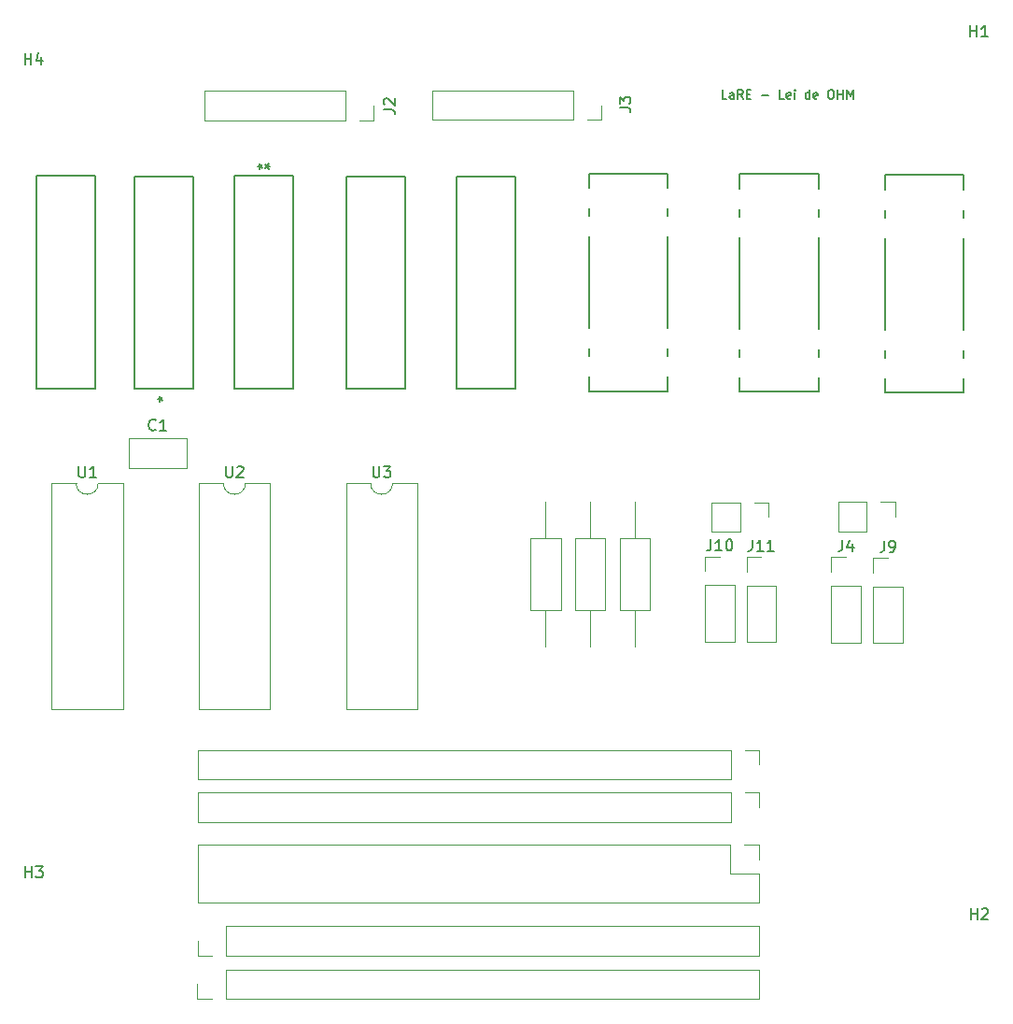
<source format=gbr>
%TF.GenerationSoftware,KiCad,Pcbnew,8.0.3*%
%TF.CreationDate,2024-06-12T06:30:46+01:00*%
%TF.ProjectId,VISIR_Lei_Ohm,56495349-525f-44c6-9569-5f4f686d2e6b,rev?*%
%TF.SameCoordinates,Original*%
%TF.FileFunction,Legend,Top*%
%TF.FilePolarity,Positive*%
%FSLAX46Y46*%
G04 Gerber Fmt 4.6, Leading zero omitted, Abs format (unit mm)*
G04 Created by KiCad (PCBNEW 8.0.3) date 2024-06-12 06:30:46*
%MOMM*%
%LPD*%
G01*
G04 APERTURE LIST*
%ADD10C,0.152400*%
%ADD11C,0.150000*%
%ADD12C,0.120000*%
G04 APERTURE END LIST*
D10*
X188630834Y-37612603D02*
X188243786Y-37612603D01*
X188243786Y-37612603D02*
X188243786Y-36799803D01*
X189250110Y-37612603D02*
X189250110Y-37186851D01*
X189250110Y-37186851D02*
X189211405Y-37109441D01*
X189211405Y-37109441D02*
X189133996Y-37070737D01*
X189133996Y-37070737D02*
X188979177Y-37070737D01*
X188979177Y-37070737D02*
X188901767Y-37109441D01*
X189250110Y-37573899D02*
X189172701Y-37612603D01*
X189172701Y-37612603D02*
X188979177Y-37612603D01*
X188979177Y-37612603D02*
X188901767Y-37573899D01*
X188901767Y-37573899D02*
X188863063Y-37496489D01*
X188863063Y-37496489D02*
X188863063Y-37419079D01*
X188863063Y-37419079D02*
X188901767Y-37341670D01*
X188901767Y-37341670D02*
X188979177Y-37302965D01*
X188979177Y-37302965D02*
X189172701Y-37302965D01*
X189172701Y-37302965D02*
X189250110Y-37264260D01*
X190101614Y-37612603D02*
X189830681Y-37225556D01*
X189637157Y-37612603D02*
X189637157Y-36799803D01*
X189637157Y-36799803D02*
X189946795Y-36799803D01*
X189946795Y-36799803D02*
X190024205Y-36838508D01*
X190024205Y-36838508D02*
X190062910Y-36877213D01*
X190062910Y-36877213D02*
X190101614Y-36954622D01*
X190101614Y-36954622D02*
X190101614Y-37070737D01*
X190101614Y-37070737D02*
X190062910Y-37148146D01*
X190062910Y-37148146D02*
X190024205Y-37186851D01*
X190024205Y-37186851D02*
X189946795Y-37225556D01*
X189946795Y-37225556D02*
X189637157Y-37225556D01*
X190449957Y-37186851D02*
X190720891Y-37186851D01*
X190837005Y-37612603D02*
X190449957Y-37612603D01*
X190449957Y-37612603D02*
X190449957Y-36799803D01*
X190449957Y-36799803D02*
X190837005Y-36799803D01*
X191804623Y-37302965D02*
X192423900Y-37302965D01*
X193817271Y-37612603D02*
X193430223Y-37612603D01*
X193430223Y-37612603D02*
X193430223Y-36799803D01*
X194397842Y-37573899D02*
X194320433Y-37612603D01*
X194320433Y-37612603D02*
X194165614Y-37612603D01*
X194165614Y-37612603D02*
X194088204Y-37573899D01*
X194088204Y-37573899D02*
X194049500Y-37496489D01*
X194049500Y-37496489D02*
X194049500Y-37186851D01*
X194049500Y-37186851D02*
X194088204Y-37109441D01*
X194088204Y-37109441D02*
X194165614Y-37070737D01*
X194165614Y-37070737D02*
X194320433Y-37070737D01*
X194320433Y-37070737D02*
X194397842Y-37109441D01*
X194397842Y-37109441D02*
X194436547Y-37186851D01*
X194436547Y-37186851D02*
X194436547Y-37264260D01*
X194436547Y-37264260D02*
X194049500Y-37341670D01*
X194784890Y-37612603D02*
X194784890Y-37070737D01*
X194784890Y-36799803D02*
X194746186Y-36838508D01*
X194746186Y-36838508D02*
X194784890Y-36877213D01*
X194784890Y-36877213D02*
X194823595Y-36838508D01*
X194823595Y-36838508D02*
X194784890Y-36799803D01*
X194784890Y-36799803D02*
X194784890Y-36877213D01*
X196139557Y-37612603D02*
X196139557Y-36799803D01*
X196139557Y-37573899D02*
X196062148Y-37612603D01*
X196062148Y-37612603D02*
X195907329Y-37612603D01*
X195907329Y-37612603D02*
X195829919Y-37573899D01*
X195829919Y-37573899D02*
X195791214Y-37535194D01*
X195791214Y-37535194D02*
X195752510Y-37457784D01*
X195752510Y-37457784D02*
X195752510Y-37225556D01*
X195752510Y-37225556D02*
X195791214Y-37148146D01*
X195791214Y-37148146D02*
X195829919Y-37109441D01*
X195829919Y-37109441D02*
X195907329Y-37070737D01*
X195907329Y-37070737D02*
X196062148Y-37070737D01*
X196062148Y-37070737D02*
X196139557Y-37109441D01*
X196836242Y-37573899D02*
X196758833Y-37612603D01*
X196758833Y-37612603D02*
X196604014Y-37612603D01*
X196604014Y-37612603D02*
X196526604Y-37573899D01*
X196526604Y-37573899D02*
X196487900Y-37496489D01*
X196487900Y-37496489D02*
X196487900Y-37186851D01*
X196487900Y-37186851D02*
X196526604Y-37109441D01*
X196526604Y-37109441D02*
X196604014Y-37070737D01*
X196604014Y-37070737D02*
X196758833Y-37070737D01*
X196758833Y-37070737D02*
X196836242Y-37109441D01*
X196836242Y-37109441D02*
X196874947Y-37186851D01*
X196874947Y-37186851D02*
X196874947Y-37264260D01*
X196874947Y-37264260D02*
X196487900Y-37341670D01*
X197997385Y-36799803D02*
X198152204Y-36799803D01*
X198152204Y-36799803D02*
X198229614Y-36838508D01*
X198229614Y-36838508D02*
X198307023Y-36915918D01*
X198307023Y-36915918D02*
X198345728Y-37070737D01*
X198345728Y-37070737D02*
X198345728Y-37341670D01*
X198345728Y-37341670D02*
X198307023Y-37496489D01*
X198307023Y-37496489D02*
X198229614Y-37573899D01*
X198229614Y-37573899D02*
X198152204Y-37612603D01*
X198152204Y-37612603D02*
X197997385Y-37612603D01*
X197997385Y-37612603D02*
X197919976Y-37573899D01*
X197919976Y-37573899D02*
X197842566Y-37496489D01*
X197842566Y-37496489D02*
X197803862Y-37341670D01*
X197803862Y-37341670D02*
X197803862Y-37070737D01*
X197803862Y-37070737D02*
X197842566Y-36915918D01*
X197842566Y-36915918D02*
X197919976Y-36838508D01*
X197919976Y-36838508D02*
X197997385Y-36799803D01*
X198694071Y-37612603D02*
X198694071Y-36799803D01*
X198694071Y-37186851D02*
X199158528Y-37186851D01*
X199158528Y-37612603D02*
X199158528Y-36799803D01*
X199545576Y-37612603D02*
X199545576Y-36799803D01*
X199545576Y-36799803D02*
X199816510Y-37380375D01*
X199816510Y-37380375D02*
X200087443Y-36799803D01*
X200087443Y-36799803D02*
X200087443Y-37612603D01*
D11*
X129868095Y-70904819D02*
X129868095Y-71714342D01*
X129868095Y-71714342D02*
X129915714Y-71809580D01*
X129915714Y-71809580D02*
X129963333Y-71857200D01*
X129963333Y-71857200D02*
X130058571Y-71904819D01*
X130058571Y-71904819D02*
X130249047Y-71904819D01*
X130249047Y-71904819D02*
X130344285Y-71857200D01*
X130344285Y-71857200D02*
X130391904Y-71809580D01*
X130391904Y-71809580D02*
X130439523Y-71714342D01*
X130439523Y-71714342D02*
X130439523Y-70904819D01*
X131439523Y-71904819D02*
X130868095Y-71904819D01*
X131153809Y-71904819D02*
X131153809Y-70904819D01*
X131153809Y-70904819D02*
X131058571Y-71047676D01*
X131058571Y-71047676D02*
X130963333Y-71142914D01*
X130963333Y-71142914D02*
X130868095Y-71190533D01*
X210728095Y-31954819D02*
X210728095Y-30954819D01*
X210728095Y-31431009D02*
X211299523Y-31431009D01*
X211299523Y-31954819D02*
X211299523Y-30954819D01*
X212299523Y-31954819D02*
X211728095Y-31954819D01*
X212013809Y-31954819D02*
X212013809Y-30954819D01*
X212013809Y-30954819D02*
X211918571Y-31097676D01*
X211918571Y-31097676D02*
X211823333Y-31192914D01*
X211823333Y-31192914D02*
X211728095Y-31240533D01*
X199116666Y-77604819D02*
X199116666Y-78319104D01*
X199116666Y-78319104D02*
X199069047Y-78461961D01*
X199069047Y-78461961D02*
X198973809Y-78557200D01*
X198973809Y-78557200D02*
X198830952Y-78604819D01*
X198830952Y-78604819D02*
X198735714Y-78604819D01*
X200021428Y-77938152D02*
X200021428Y-78604819D01*
X199783333Y-77557200D02*
X199545238Y-78271485D01*
X199545238Y-78271485D02*
X200164285Y-78271485D01*
X187190476Y-77544819D02*
X187190476Y-78259104D01*
X187190476Y-78259104D02*
X187142857Y-78401961D01*
X187142857Y-78401961D02*
X187047619Y-78497200D01*
X187047619Y-78497200D02*
X186904762Y-78544819D01*
X186904762Y-78544819D02*
X186809524Y-78544819D01*
X188190476Y-78544819D02*
X187619048Y-78544819D01*
X187904762Y-78544819D02*
X187904762Y-77544819D01*
X187904762Y-77544819D02*
X187809524Y-77687676D01*
X187809524Y-77687676D02*
X187714286Y-77782914D01*
X187714286Y-77782914D02*
X187619048Y-77830533D01*
X188809524Y-77544819D02*
X188904762Y-77544819D01*
X188904762Y-77544819D02*
X189000000Y-77592438D01*
X189000000Y-77592438D02*
X189047619Y-77640057D01*
X189047619Y-77640057D02*
X189095238Y-77735295D01*
X189095238Y-77735295D02*
X189142857Y-77925771D01*
X189142857Y-77925771D02*
X189142857Y-78163866D01*
X189142857Y-78163866D02*
X189095238Y-78354342D01*
X189095238Y-78354342D02*
X189047619Y-78449580D01*
X189047619Y-78449580D02*
X189000000Y-78497200D01*
X189000000Y-78497200D02*
X188904762Y-78544819D01*
X188904762Y-78544819D02*
X188809524Y-78544819D01*
X188809524Y-78544819D02*
X188714286Y-78497200D01*
X188714286Y-78497200D02*
X188666667Y-78449580D01*
X188666667Y-78449580D02*
X188619048Y-78354342D01*
X188619048Y-78354342D02*
X188571429Y-78163866D01*
X188571429Y-78163866D02*
X188571429Y-77925771D01*
X188571429Y-77925771D02*
X188619048Y-77735295D01*
X188619048Y-77735295D02*
X188666667Y-77640057D01*
X188666667Y-77640057D02*
X188714286Y-77592438D01*
X188714286Y-77592438D02*
X188809524Y-77544819D01*
X124988095Y-34484819D02*
X124988095Y-33484819D01*
X124988095Y-33961009D02*
X125559523Y-33961009D01*
X125559523Y-34484819D02*
X125559523Y-33484819D01*
X126464285Y-33818152D02*
X126464285Y-34484819D01*
X126226190Y-33437200D02*
X125988095Y-34151485D01*
X125988095Y-34151485D02*
X126607142Y-34151485D01*
X210768095Y-111964819D02*
X210768095Y-110964819D01*
X210768095Y-111441009D02*
X211339523Y-111441009D01*
X211339523Y-111964819D02*
X211339523Y-110964819D01*
X211768095Y-111060057D02*
X211815714Y-111012438D01*
X211815714Y-111012438D02*
X211910952Y-110964819D01*
X211910952Y-110964819D02*
X212149047Y-110964819D01*
X212149047Y-110964819D02*
X212244285Y-111012438D01*
X212244285Y-111012438D02*
X212291904Y-111060057D01*
X212291904Y-111060057D02*
X212339523Y-111155295D01*
X212339523Y-111155295D02*
X212339523Y-111250533D01*
X212339523Y-111250533D02*
X212291904Y-111393390D01*
X212291904Y-111393390D02*
X211720476Y-111964819D01*
X211720476Y-111964819D02*
X212339523Y-111964819D01*
X190940476Y-77574819D02*
X190940476Y-78289104D01*
X190940476Y-78289104D02*
X190892857Y-78431961D01*
X190892857Y-78431961D02*
X190797619Y-78527200D01*
X190797619Y-78527200D02*
X190654762Y-78574819D01*
X190654762Y-78574819D02*
X190559524Y-78574819D01*
X191940476Y-78574819D02*
X191369048Y-78574819D01*
X191654762Y-78574819D02*
X191654762Y-77574819D01*
X191654762Y-77574819D02*
X191559524Y-77717676D01*
X191559524Y-77717676D02*
X191464286Y-77812914D01*
X191464286Y-77812914D02*
X191369048Y-77860533D01*
X192892857Y-78574819D02*
X192321429Y-78574819D01*
X192607143Y-78574819D02*
X192607143Y-77574819D01*
X192607143Y-77574819D02*
X192511905Y-77717676D01*
X192511905Y-77717676D02*
X192416667Y-77812914D01*
X192416667Y-77812914D02*
X192321429Y-77860533D01*
X136833333Y-67559580D02*
X136785714Y-67607200D01*
X136785714Y-67607200D02*
X136642857Y-67654819D01*
X136642857Y-67654819D02*
X136547619Y-67654819D01*
X136547619Y-67654819D02*
X136404762Y-67607200D01*
X136404762Y-67607200D02*
X136309524Y-67511961D01*
X136309524Y-67511961D02*
X136261905Y-67416723D01*
X136261905Y-67416723D02*
X136214286Y-67226247D01*
X136214286Y-67226247D02*
X136214286Y-67083390D01*
X136214286Y-67083390D02*
X136261905Y-66892914D01*
X136261905Y-66892914D02*
X136309524Y-66797676D01*
X136309524Y-66797676D02*
X136404762Y-66702438D01*
X136404762Y-66702438D02*
X136547619Y-66654819D01*
X136547619Y-66654819D02*
X136642857Y-66654819D01*
X136642857Y-66654819D02*
X136785714Y-66702438D01*
X136785714Y-66702438D02*
X136833333Y-66750057D01*
X137785714Y-67654819D02*
X137214286Y-67654819D01*
X137500000Y-67654819D02*
X137500000Y-66654819D01*
X137500000Y-66654819D02*
X137404762Y-66797676D01*
X137404762Y-66797676D02*
X137309524Y-66892914D01*
X137309524Y-66892914D02*
X137214286Y-66940533D01*
X157514819Y-38563333D02*
X158229104Y-38563333D01*
X158229104Y-38563333D02*
X158371961Y-38610952D01*
X158371961Y-38610952D02*
X158467200Y-38706190D01*
X158467200Y-38706190D02*
X158514819Y-38849047D01*
X158514819Y-38849047D02*
X158514819Y-38944285D01*
X157610057Y-38134761D02*
X157562438Y-38087142D01*
X157562438Y-38087142D02*
X157514819Y-37991904D01*
X157514819Y-37991904D02*
X157514819Y-37753809D01*
X157514819Y-37753809D02*
X157562438Y-37658571D01*
X157562438Y-37658571D02*
X157610057Y-37610952D01*
X157610057Y-37610952D02*
X157705295Y-37563333D01*
X157705295Y-37563333D02*
X157800533Y-37563333D01*
X157800533Y-37563333D02*
X157943390Y-37610952D01*
X157943390Y-37610952D02*
X158514819Y-38182380D01*
X158514819Y-38182380D02*
X158514819Y-37563333D01*
X178904819Y-38423333D02*
X179619104Y-38423333D01*
X179619104Y-38423333D02*
X179761961Y-38470952D01*
X179761961Y-38470952D02*
X179857200Y-38566190D01*
X179857200Y-38566190D02*
X179904819Y-38709047D01*
X179904819Y-38709047D02*
X179904819Y-38804285D01*
X178904819Y-38042380D02*
X178904819Y-37423333D01*
X178904819Y-37423333D02*
X179285771Y-37756666D01*
X179285771Y-37756666D02*
X179285771Y-37613809D01*
X179285771Y-37613809D02*
X179333390Y-37518571D01*
X179333390Y-37518571D02*
X179381009Y-37470952D01*
X179381009Y-37470952D02*
X179476247Y-37423333D01*
X179476247Y-37423333D02*
X179714342Y-37423333D01*
X179714342Y-37423333D02*
X179809580Y-37470952D01*
X179809580Y-37470952D02*
X179857200Y-37518571D01*
X179857200Y-37518571D02*
X179904819Y-37613809D01*
X179904819Y-37613809D02*
X179904819Y-37899523D01*
X179904819Y-37899523D02*
X179857200Y-37994761D01*
X179857200Y-37994761D02*
X179809580Y-38042380D01*
X202916666Y-77654819D02*
X202916666Y-78369104D01*
X202916666Y-78369104D02*
X202869047Y-78511961D01*
X202869047Y-78511961D02*
X202773809Y-78607200D01*
X202773809Y-78607200D02*
X202630952Y-78654819D01*
X202630952Y-78654819D02*
X202535714Y-78654819D01*
X203440476Y-78654819D02*
X203630952Y-78654819D01*
X203630952Y-78654819D02*
X203726190Y-78607200D01*
X203726190Y-78607200D02*
X203773809Y-78559580D01*
X203773809Y-78559580D02*
X203869047Y-78416723D01*
X203869047Y-78416723D02*
X203916666Y-78226247D01*
X203916666Y-78226247D02*
X203916666Y-77845295D01*
X203916666Y-77845295D02*
X203869047Y-77750057D01*
X203869047Y-77750057D02*
X203821428Y-77702438D01*
X203821428Y-77702438D02*
X203726190Y-77654819D01*
X203726190Y-77654819D02*
X203535714Y-77654819D01*
X203535714Y-77654819D02*
X203440476Y-77702438D01*
X203440476Y-77702438D02*
X203392857Y-77750057D01*
X203392857Y-77750057D02*
X203345238Y-77845295D01*
X203345238Y-77845295D02*
X203345238Y-78083390D01*
X203345238Y-78083390D02*
X203392857Y-78178628D01*
X203392857Y-78178628D02*
X203440476Y-78226247D01*
X203440476Y-78226247D02*
X203535714Y-78273866D01*
X203535714Y-78273866D02*
X203726190Y-78273866D01*
X203726190Y-78273866D02*
X203821428Y-78226247D01*
X203821428Y-78226247D02*
X203869047Y-78178628D01*
X203869047Y-78178628D02*
X203916666Y-78083390D01*
X143218095Y-70904819D02*
X143218095Y-71714342D01*
X143218095Y-71714342D02*
X143265714Y-71809580D01*
X143265714Y-71809580D02*
X143313333Y-71857200D01*
X143313333Y-71857200D02*
X143408571Y-71904819D01*
X143408571Y-71904819D02*
X143599047Y-71904819D01*
X143599047Y-71904819D02*
X143694285Y-71857200D01*
X143694285Y-71857200D02*
X143741904Y-71809580D01*
X143741904Y-71809580D02*
X143789523Y-71714342D01*
X143789523Y-71714342D02*
X143789523Y-70904819D01*
X144218095Y-71000057D02*
X144265714Y-70952438D01*
X144265714Y-70952438D02*
X144360952Y-70904819D01*
X144360952Y-70904819D02*
X144599047Y-70904819D01*
X144599047Y-70904819D02*
X144694285Y-70952438D01*
X144694285Y-70952438D02*
X144741904Y-71000057D01*
X144741904Y-71000057D02*
X144789523Y-71095295D01*
X144789523Y-71095295D02*
X144789523Y-71190533D01*
X144789523Y-71190533D02*
X144741904Y-71333390D01*
X144741904Y-71333390D02*
X144170476Y-71904819D01*
X144170476Y-71904819D02*
X144789523Y-71904819D01*
X146124819Y-43714399D02*
X146362914Y-43714399D01*
X146267676Y-43952494D02*
X146362914Y-43714399D01*
X146362914Y-43714399D02*
X146267676Y-43476304D01*
X146553390Y-43857256D02*
X146362914Y-43714399D01*
X146362914Y-43714399D02*
X146553390Y-43571542D01*
X147215180Y-43714400D02*
X146977085Y-43714400D01*
X147072323Y-43476305D02*
X146977085Y-43714400D01*
X146977085Y-43714400D02*
X147072323Y-43952495D01*
X146786609Y-43571543D02*
X146977085Y-43714400D01*
X146977085Y-43714400D02*
X146786609Y-43857257D01*
X137024819Y-64795599D02*
X137262914Y-64795599D01*
X137167676Y-65033694D02*
X137262914Y-64795599D01*
X137262914Y-64795599D02*
X137167676Y-64557504D01*
X137453390Y-64938456D02*
X137262914Y-64795599D01*
X137262914Y-64795599D02*
X137453390Y-64652742D01*
X125028095Y-108164819D02*
X125028095Y-107164819D01*
X125028095Y-107641009D02*
X125599523Y-107641009D01*
X125599523Y-108164819D02*
X125599523Y-107164819D01*
X125980476Y-107164819D02*
X126599523Y-107164819D01*
X126599523Y-107164819D02*
X126266190Y-107545771D01*
X126266190Y-107545771D02*
X126409047Y-107545771D01*
X126409047Y-107545771D02*
X126504285Y-107593390D01*
X126504285Y-107593390D02*
X126551904Y-107641009D01*
X126551904Y-107641009D02*
X126599523Y-107736247D01*
X126599523Y-107736247D02*
X126599523Y-107974342D01*
X126599523Y-107974342D02*
X126551904Y-108069580D01*
X126551904Y-108069580D02*
X126504285Y-108117200D01*
X126504285Y-108117200D02*
X126409047Y-108164819D01*
X126409047Y-108164819D02*
X126123333Y-108164819D01*
X126123333Y-108164819D02*
X126028095Y-108117200D01*
X126028095Y-108117200D02*
X125980476Y-108069580D01*
X156568095Y-70904819D02*
X156568095Y-71714342D01*
X156568095Y-71714342D02*
X156615714Y-71809580D01*
X156615714Y-71809580D02*
X156663333Y-71857200D01*
X156663333Y-71857200D02*
X156758571Y-71904819D01*
X156758571Y-71904819D02*
X156949047Y-71904819D01*
X156949047Y-71904819D02*
X157044285Y-71857200D01*
X157044285Y-71857200D02*
X157091904Y-71809580D01*
X157091904Y-71809580D02*
X157139523Y-71714342D01*
X157139523Y-71714342D02*
X157139523Y-70904819D01*
X157520476Y-70904819D02*
X158139523Y-70904819D01*
X158139523Y-70904819D02*
X157806190Y-71285771D01*
X157806190Y-71285771D02*
X157949047Y-71285771D01*
X157949047Y-71285771D02*
X158044285Y-71333390D01*
X158044285Y-71333390D02*
X158091904Y-71381009D01*
X158091904Y-71381009D02*
X158139523Y-71476247D01*
X158139523Y-71476247D02*
X158139523Y-71714342D01*
X158139523Y-71714342D02*
X158091904Y-71809580D01*
X158091904Y-71809580D02*
X158044285Y-71857200D01*
X158044285Y-71857200D02*
X157949047Y-71904819D01*
X157949047Y-71904819D02*
X157663333Y-71904819D01*
X157663333Y-71904819D02*
X157568095Y-71857200D01*
X157568095Y-71857200D02*
X157520476Y-71809580D01*
D12*
%TO.C,U1*%
X127395000Y-72450000D02*
X127395000Y-92890000D01*
X127395000Y-92890000D02*
X133865000Y-92890000D01*
X129630000Y-72450000D02*
X127395000Y-72450000D01*
X133865000Y-72450000D02*
X131630000Y-72450000D01*
X133865000Y-92890000D02*
X133865000Y-72450000D01*
X131630000Y-72450000D02*
G75*
G02*
X129630000Y-72450000I-1000000J0D01*
G01*
D10*
%TO.C,K4*%
X126013000Y-44613400D02*
X126013000Y-63866600D01*
X126013000Y-63866600D02*
X131347000Y-63866600D01*
X131347000Y-44613400D02*
X126013000Y-44613400D01*
X131347000Y-63866600D02*
X131347000Y-44613400D01*
D12*
%TO.C,J8*%
X140660000Y-96620000D02*
X140660000Y-99280000D01*
X188980000Y-96620000D02*
X140660000Y-96620000D01*
X188980000Y-96620000D02*
X188980000Y-99280000D01*
X188980000Y-99280000D02*
X140660000Y-99280000D01*
X190250000Y-96620000D02*
X191580000Y-96620000D01*
X191580000Y-96620000D02*
X191580000Y-97950000D01*
%TO.C,J4*%
X198120000Y-79150000D02*
X199450000Y-79150000D01*
X198120000Y-80480000D02*
X198120000Y-79150000D01*
X198120000Y-81750000D02*
X198120000Y-86890000D01*
X198120000Y-81750000D02*
X200780000Y-81750000D01*
X198120000Y-86890000D02*
X200780000Y-86890000D01*
X200780000Y-81750000D02*
X200780000Y-86890000D01*
%TO.C,J10*%
X186670000Y-79090000D02*
X188000000Y-79090000D01*
X186670000Y-80420000D02*
X186670000Y-79090000D01*
X186670000Y-81690000D02*
X186670000Y-86830000D01*
X186670000Y-81690000D02*
X189330000Y-81690000D01*
X186670000Y-86830000D02*
X189330000Y-86830000D01*
X189330000Y-81690000D02*
X189330000Y-86830000D01*
%TO.C,R1*%
X170830000Y-77410000D02*
X170830000Y-83950000D01*
X170830000Y-83950000D02*
X173570000Y-83950000D01*
X172200000Y-74100000D02*
X172200000Y-77410000D01*
X172200000Y-87260000D02*
X172200000Y-83950000D01*
X173570000Y-77410000D02*
X170830000Y-77410000D01*
X173570000Y-83950000D02*
X173570000Y-77410000D01*
%TO.C,R3*%
X178930000Y-77410000D02*
X178930000Y-83950000D01*
X178930000Y-83950000D02*
X181670000Y-83950000D01*
X180300000Y-74100000D02*
X180300000Y-77410000D01*
X180300000Y-87260000D02*
X180300000Y-83950000D01*
X181670000Y-77410000D02*
X178930000Y-77410000D01*
X181670000Y-83950000D02*
X181670000Y-77410000D01*
%TO.C,MES3*%
X187230000Y-74170000D02*
X187230000Y-76830000D01*
X189830000Y-74170000D02*
X187230000Y-74170000D01*
X189830000Y-74170000D02*
X189830000Y-76830000D01*
X189830000Y-76830000D02*
X187230000Y-76830000D01*
X191100000Y-74170000D02*
X192430000Y-74170000D01*
X192430000Y-74170000D02*
X192430000Y-75500000D01*
D10*
%TO.C,K8*%
X164093000Y-44653400D02*
X164093000Y-63906600D01*
X164093000Y-63906600D02*
X169427000Y-63906600D01*
X169427000Y-44653400D02*
X164093000Y-44653400D01*
X169427000Y-63906600D02*
X169427000Y-44653400D01*
%TO.C,K7*%
X154103000Y-44653400D02*
X154103000Y-63906600D01*
X154103000Y-63906600D02*
X159437000Y-63906600D01*
X159437000Y-44653400D02*
X154103000Y-44653400D01*
X159437000Y-63906600D02*
X159437000Y-44653400D01*
D12*
%TO.C,J5*%
X140640000Y-115230000D02*
X140640000Y-113900000D01*
X141970000Y-115230000D02*
X140640000Y-115230000D01*
X143240000Y-112570000D02*
X191560000Y-112570000D01*
X143240000Y-115230000D02*
X143240000Y-112570000D01*
X143240000Y-115230000D02*
X191560000Y-115230000D01*
X191560000Y-115230000D02*
X191560000Y-112570000D01*
D10*
%TO.C,K3*%
X202961300Y-44512100D02*
X202961300Y-45822826D01*
X202961300Y-47697174D02*
X202961300Y-48362826D01*
X202961300Y-50237174D02*
X202961300Y-58522826D01*
X202961300Y-60397174D02*
X202961300Y-61062826D01*
X202961300Y-62937174D02*
X202961300Y-64247900D01*
X202961300Y-64247900D02*
X210098700Y-64247900D01*
X210098700Y-44512100D02*
X202961300Y-44512100D01*
X210098700Y-45822826D02*
X210098700Y-44512100D01*
X210098700Y-48362826D02*
X210098700Y-47697174D01*
X210098700Y-58522826D02*
X210098700Y-50237174D01*
X210098700Y-61062826D02*
X210098700Y-60397174D01*
X210098700Y-64247900D02*
X210098700Y-62937174D01*
D12*
%TO.C,J11*%
X190420000Y-79120000D02*
X191750000Y-79120000D01*
X190420000Y-80450000D02*
X190420000Y-79120000D01*
X190420000Y-81720000D02*
X190420000Y-86860000D01*
X190420000Y-81720000D02*
X193080000Y-81720000D01*
X190420000Y-86860000D02*
X193080000Y-86860000D01*
X193080000Y-81720000D02*
X193080000Y-86860000D01*
%TO.C,MES1*%
X198720000Y-74150000D02*
X198720000Y-76810000D01*
X201320000Y-74150000D02*
X198720000Y-74150000D01*
X201320000Y-74150000D02*
X201320000Y-76810000D01*
X201320000Y-76810000D02*
X198720000Y-76810000D01*
X202590000Y-74150000D02*
X203920000Y-74150000D01*
X203920000Y-74150000D02*
X203920000Y-75480000D01*
%TO.C,C1*%
X134380000Y-68330000D02*
X134380000Y-71070000D01*
X134380000Y-68330000D02*
X139620000Y-68330000D01*
X134380000Y-71070000D02*
X139620000Y-71070000D01*
X139620000Y-68330000D02*
X139620000Y-71070000D01*
%TO.C,R2*%
X174880000Y-77410000D02*
X174880000Y-83950000D01*
X174880000Y-83950000D02*
X177620000Y-83950000D01*
X176250000Y-74100000D02*
X176250000Y-77410000D01*
X176250000Y-87260000D02*
X176250000Y-83950000D01*
X177620000Y-77410000D02*
X174880000Y-77410000D01*
X177620000Y-83950000D02*
X177620000Y-77410000D01*
%TO.C,J1*%
X140650000Y-105230000D02*
X140650000Y-110430000D01*
X188970000Y-105230000D02*
X140650000Y-105230000D01*
X188970000Y-105230000D02*
X188970000Y-107830000D01*
X188970000Y-107830000D02*
X191570000Y-107830000D01*
X190240000Y-105230000D02*
X191570000Y-105230000D01*
X191570000Y-105230000D02*
X191570000Y-106560000D01*
X191570000Y-107830000D02*
X191570000Y-110430000D01*
X191570000Y-110430000D02*
X140650000Y-110430000D01*
D10*
%TO.C,K1*%
X176131300Y-44372100D02*
X176131300Y-45682826D01*
X176131300Y-47557174D02*
X176131300Y-48222826D01*
X176131300Y-50097174D02*
X176131300Y-58382826D01*
X176131300Y-60257174D02*
X176131300Y-60922826D01*
X176131300Y-62797174D02*
X176131300Y-64107900D01*
X176131300Y-64107900D02*
X183268700Y-64107900D01*
X183268700Y-44372100D02*
X176131300Y-44372100D01*
X183268700Y-45682826D02*
X183268700Y-44372100D01*
X183268700Y-48222826D02*
X183268700Y-47557174D01*
X183268700Y-58382826D02*
X183268700Y-50097174D01*
X183268700Y-60922826D02*
X183268700Y-60257174D01*
X183268700Y-64107900D02*
X183268700Y-62797174D01*
D12*
%TO.C,J2*%
X141260000Y-36900000D02*
X141260000Y-39560000D01*
X154020000Y-36900000D02*
X141260000Y-36900000D01*
X154020000Y-36900000D02*
X154020000Y-39560000D01*
X154020000Y-39560000D02*
X141260000Y-39560000D01*
X156620000Y-38230000D02*
X156620000Y-39560000D01*
X156620000Y-39560000D02*
X155290000Y-39560000D01*
D10*
%TO.C,K2*%
X189821300Y-44412100D02*
X189821300Y-45722826D01*
X189821300Y-47597174D02*
X189821300Y-48262826D01*
X189821300Y-50137174D02*
X189821300Y-58422826D01*
X189821300Y-60297174D02*
X189821300Y-60962826D01*
X189821300Y-62837174D02*
X189821300Y-64147900D01*
X189821300Y-64147900D02*
X196958700Y-64147900D01*
X196958700Y-44412100D02*
X189821300Y-44412100D01*
X196958700Y-45722826D02*
X196958700Y-44412100D01*
X196958700Y-48262826D02*
X196958700Y-47597174D01*
X196958700Y-58422826D02*
X196958700Y-50137174D01*
X196958700Y-60962826D02*
X196958700Y-60297174D01*
X196958700Y-64147900D02*
X196958700Y-62837174D01*
D12*
%TO.C,J3*%
X161920000Y-36850000D02*
X161920000Y-39510000D01*
X174680000Y-36850000D02*
X161920000Y-36850000D01*
X174680000Y-36850000D02*
X174680000Y-39510000D01*
X174680000Y-39510000D02*
X161920000Y-39510000D01*
X177280000Y-38180000D02*
X177280000Y-39510000D01*
X177280000Y-39510000D02*
X175950000Y-39510000D01*
%TO.C,J9*%
X201920000Y-79200000D02*
X203250000Y-79200000D01*
X201920000Y-80530000D02*
X201920000Y-79200000D01*
X201920000Y-81800000D02*
X201920000Y-86940000D01*
X201920000Y-81800000D02*
X204580000Y-81800000D01*
X201920000Y-86940000D02*
X204580000Y-86940000D01*
X204580000Y-81800000D02*
X204580000Y-86940000D01*
%TO.C,U2*%
X140745000Y-72450000D02*
X140745000Y-92890000D01*
X140745000Y-92890000D02*
X147215000Y-92890000D01*
X142980000Y-72450000D02*
X140745000Y-72450000D01*
X147215000Y-72450000D02*
X144980000Y-72450000D01*
X147215000Y-92890000D02*
X147215000Y-72450000D01*
X144980000Y-72450000D02*
G75*
G02*
X142980000Y-72450000I-1000000J0D01*
G01*
D10*
%TO.C,K6*%
X144003000Y-44603400D02*
X144003000Y-63856600D01*
X144003000Y-63856600D02*
X149337000Y-63856600D01*
X149337000Y-44603400D02*
X144003000Y-44603400D01*
X149337000Y-63856600D02*
X149337000Y-44603400D01*
%TO.C,K5*%
X134903000Y-44653400D02*
X134903000Y-63906600D01*
X134903000Y-63906600D02*
X140237000Y-63906600D01*
X140237000Y-44653400D02*
X134903000Y-44653400D01*
X140237000Y-63906600D02*
X140237000Y-44653400D01*
D12*
%TO.C,J6*%
X140610000Y-119180000D02*
X140610000Y-117850000D01*
X141940000Y-119180000D02*
X140610000Y-119180000D01*
X143210000Y-116520000D02*
X191530000Y-116520000D01*
X143210000Y-119180000D02*
X143210000Y-116520000D01*
X143210000Y-119180000D02*
X191530000Y-119180000D01*
X191530000Y-119180000D02*
X191530000Y-116520000D01*
%TO.C,U3*%
X154095000Y-72450000D02*
X154095000Y-92890000D01*
X154095000Y-92890000D02*
X160565000Y-92890000D01*
X156330000Y-72450000D02*
X154095000Y-72450000D01*
X160565000Y-72450000D02*
X158330000Y-72450000D01*
X160565000Y-92890000D02*
X160565000Y-72450000D01*
X158330000Y-72450000D02*
G75*
G02*
X156330000Y-72450000I-1000000J0D01*
G01*
%TO.C,J7*%
X140670000Y-100470000D02*
X140670000Y-103130000D01*
X188990000Y-100470000D02*
X140670000Y-100470000D01*
X188990000Y-100470000D02*
X188990000Y-103130000D01*
X188990000Y-103130000D02*
X140670000Y-103130000D01*
X190260000Y-100470000D02*
X191590000Y-100470000D01*
X191590000Y-100470000D02*
X191590000Y-101800000D01*
%TD*%
M02*

</source>
